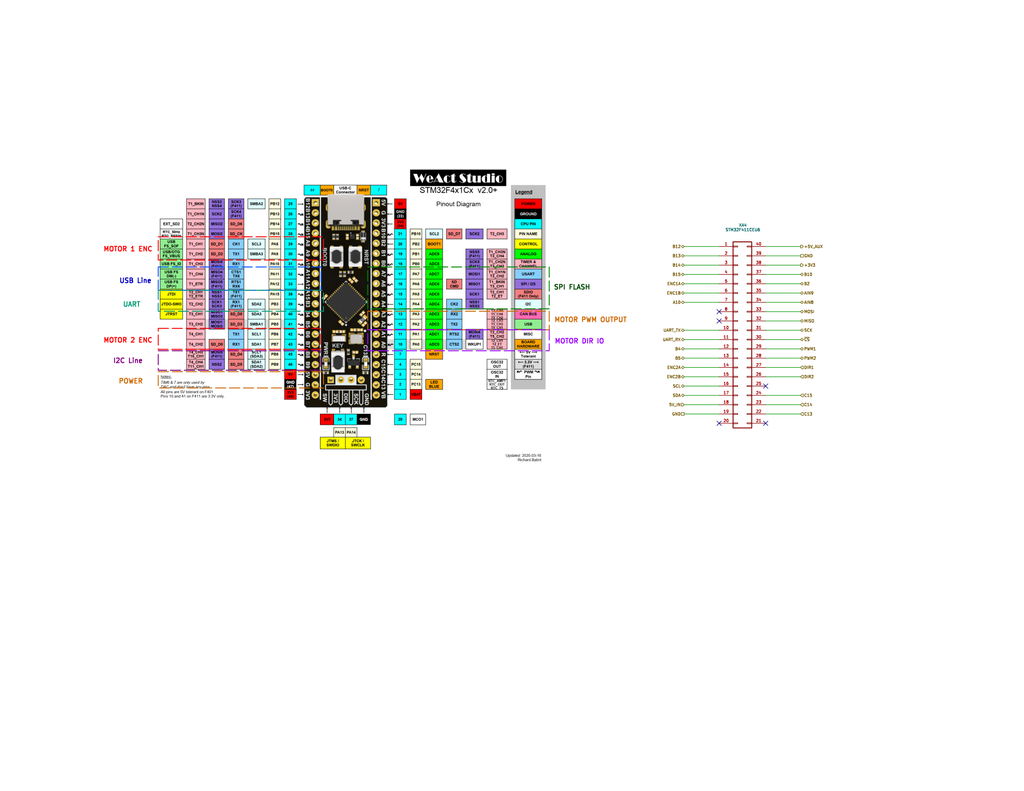
<source format=kicad_sch>
(kicad_sch (version 20250114) (generator "eeschema") (generator_version "9.0")
  (paper "A")
  (lib_symbols
    (symbol "Connector_Generic:Conn_02x20_Counter_Clockwise" (pin_names (offset 1.016) (hide yes))
      (property "Reference" "XA4" (at 1.397 28.702 0))
      (property "Value" "STM32F411CEU6" (at 1.397 27.432 0))
      (symbol "Conn_02x20_Counter_Clockwise_1_1"
        (rectangle (start -1.27 24.13) (end 3.81 -26.67) (stroke (width 0.254)))
        (rectangle (start -1.27 22.987) (end 0 22.733) (stroke (width 0.1524)))
        (rectangle (start -1.27 20.447) (end 0 20.193) (stroke (width 0.1524)))
        (rectangle (start -1.27 17.907) (end 0 17.653) (stroke (width 0.1524)))
        (rectangle (start -1.27 15.367) (end 0 15.113) (stroke (width 0.1524)))
        (rectangle (start -1.27 12.827) (end 0 12.573) (stroke (width 0.1524)))
        (rectangle (start -1.27 10.287) (end 0 10.033) (stroke (width 0.1524)))
        (rectangle (start -1.27 7.747) (end 0 7.493) (stroke (width 0.1524)))
        (rectangle (start -1.27 5.207) (end 0 4.953) (stroke (width 0.1524)))
        (rectangle (start -1.27 2.667) (end 0 2.413) (stroke (width 0.1524)))
        (rectangle (start -1.27 0.127) (end 0 -0.127) (stroke (width 0.1524)))
        (rectangle (start -1.27 -2.413) (end 0 -2.667) (stroke (width 0.1524)))
        (rectangle (start -1.27 -4.953) (end 0 -5.207) (stroke (width 0.1524)))
        (rectangle (start -1.27 -7.493) (end 0 -7.747) (stroke (width 0.1524)))
        (rectangle (start -1.27 -10.033) (end 0 -10.287) (stroke (width 0.1524)))
        (rectangle (start -1.27 -12.573) (end 0 -12.827) (stroke (width 0.1524)))
        (rectangle (start -1.27 -15.113) (end 0 -15.367) (stroke (width 0.1524)))
        (rectangle (start -1.27 -17.653) (end 0 -17.907) (stroke (width 0.1524)))
        (rectangle (start -1.27 -20.193) (end 0 -20.447) (stroke (width 0.1524)))
        (rectangle (start -1.27 -22.733) (end 0 -22.987) (stroke (width 0.1524)))
        (rectangle (start -1.27 -25.273) (end 0 -25.527) (stroke (width 0.1524)))
        (rectangle (start 3.81 22.987) (end 2.54 22.733) (stroke (width 0.1524)))
        (rectangle (start 3.81 20.447) (end 2.54 20.193) (stroke (width 0.1524)))
        (rectangle (start 3.81 17.907) (end 2.54 17.653) (stroke (width 0.1524)))
        (rectangle (start 3.81 15.367) (end 2.54 15.113) (stroke (width 0.1524)))
        (rectangle (start 3.81 12.827) (end 2.54 12.573) (stroke (width 0.1524)))
        (rectangle (start 3.81 10.287) (end 2.54 10.033) (stroke (width 0.1524)))
        (rectangle (start 3.81 7.747) (end 2.54 7.493) (stroke (width 0.1524)))
        (rectangle (start 3.81 5.207) (end 2.54 4.953) (stroke (width 0.1524)))
        (rectangle (start 3.81 2.667) (end 2.54 2.413) (stroke (width 0.1524)))
        (rectangle (start 3.81 0.127) (end 2.54 -0.127) (stroke (width 0.1524)))
        (rectangle (start 3.81 -2.413) (end 2.54 -2.667) (stroke (width 0.1524)))
        (rectangle (start 3.81 -4.953) (end 2.54 -5.207) (stroke (width 0.1524)))
        (rectangle (start 3.81 -7.493) (end 2.54 -7.747) (stroke (width 0.1524)))
        (rectangle (start 3.81 -10.033) (end 2.54 -10.287) (stroke (width 0.1524)))
        (rectangle (start 3.81 -12.573) (end 2.54 -12.827) (stroke (width 0.1524)))
        (rectangle (start 3.81 -15.113) (end 2.54 -15.367) (stroke (width 0.1524)))
        (rectangle (start 3.81 -17.653) (end 2.54 -17.907) (stroke (width 0.1524)))
        (rectangle (start 3.81 -20.193) (end 2.54 -20.447) (stroke (width 0.1524)))
        (rectangle (start 3.81 -22.733) (end 2.54 -22.987) (stroke (width 0.1524)))
        (rectangle (start 3.81 -25.273) (end 2.54 -25.527) (stroke (width 0.1524)))
        (pin passive line (at -5.08 22.86 0) (length 3.81) (name "Pin_1") (number "1"))
        (pin passive line (at -5.08 20.32 0) (length 3.81) (name "Pin_2") (number "2"))
        (pin passive line (at -5.08 17.78 0) (length 3.81) (name "Pin_3") (number "3"))
        (pin passive line (at -5.08 15.24 0) (length 3.81) (name "Pin_4") (number "4"))
        (pin passive line (at -5.08 12.7 0) (length 3.81) (name "Pin_5") (number "5"))
        (pin passive line (at -5.08 10.16 0) (length 3.81) (name "Pin_6") (number "6"))
        (pin passive line (at -5.08 7.62 0) (length 3.81) (name "Pin_7") (number "7"))
        (pin passive line (at -5.08 5.08 0) (length 3.81) (name "Pin_8") (number "8"))
        (pin passive line (at -5.08 2.54 0) (length 3.81) (name "Pin_9") (number "9"))
        (pin passive line (at -5.08 0 0) (length 3.81) (name "Pin_10") (number "10"))
        (pin passive line (at -5.08 -2.54 0) (length 3.81) (name "Pin_11") (number "11"))
        (pin passive line (at -5.08 -5.08 0) (length 3.81) (name "Pin_12") (number "12"))
        (pin passive line (at -5.08 -7.62 0) (length 3.81) (name "Pin_13") (number "13"))
        (pin passive line (at -5.08 -10.16 0) (length 3.81) (name "Pin_14") (number "14"))
        (pin passive line (at -5.08 -12.7 0) (length 3.81) (name "Pin_15") (number "15"))
        (pin passive line (at -5.08 -15.24 0) (length 3.81) (name "Pin_16") (number "16"))
        (pin passive line (at -5.08 -17.78 0) (length 3.81) (name "Pin_17") (number "17"))
        (pin passive line (at -5.08 -20.32 0) (length 3.81) (name "Pin_18") (number "18"))
        (pin passive line (at -5.08 -22.86 0) (length 3.81) (name "Pin_19") (number "19"))
        (pin passive line (at -5.08 -25.4 0) (length 3.81) (name "Pin_20") (number "20"))
        (pin passive line (at 7.62 22.86 180) (length 3.81) (name "Pin_40") (number "40"))
        (pin passive line (at 7.62 20.32 180) (length 3.81) (name "Pin_39") (number "39"))
        (pin passive line (at 7.62 17.78 180) (length 3.81) (name "Pin_38") (number "38"))
        (pin passive line (at 7.62 15.24 180) (length 3.81) (name "Pin_37") (number "37"))
        (pin passive line (at 7.62 12.7 180) (length 3.81) (name "Pin_36") (number "36"))
        (pin passive line (at 7.62 10.16 180) (length 3.81) (name "Pin_35") (number "35"))
        (pin passive line (at 7.62 7.62 180) (length 3.81) (name "Pin_34") (number "34"))
        (pin passive line (at 7.62 5.08 180) (length 3.81) (name "Pin_33") (number "33"))
        (pin passive line (at 7.62 2.54 180) (length 3.81) (name "Pin_32") (number "32"))
        (pin passive line (at 7.62 0 180) (length 3.81) (name "Pin_31") (number "31"))
        (pin passive line (at 7.62 -2.54 180) (length 3.81) (name "Pin_30") (number "30"))
        (pin passive line (at 7.62 -5.08 180) (length 3.81) (name "Pin_29") (number "29"))
        (pin passive line (at 7.62 -7.62 180) (length 3.81) (name "Pin_28") (number "28"))
        (pin passive line (at 7.62 -10.16 180) (length 3.81) (name "Pin_27") (number "27"))
        (pin passive line (at 7.62 -12.7 180) (length 3.81) (name "Pin_26") (number "26"))
        (pin passive line (at 7.62 -15.24 180) (length 3.81) (name "Pin_25") (number "25"))
        (pin passive line (at 7.62 -17.78 180) (length 3.81) (name "Pin_24") (number "24"))
        (pin passive line (at 7.62 -20.32 180) (length 3.81) (name "Pin_23") (number "23"))
        (pin passive line (at 7.62 -22.86 180) (length 3.81) (name "Pin_22") (number "22"))
        (pin passive line (at 7.62 -25.4 180) (length 3.81) (name "Pin_21") (number "21"))
      )
    )
  )
  (rectangle (start 43.18 79.248) (end 88.265 84.963) (stroke (width 0.254) (type dash) (color 0 155 119 1)))
  (rectangle (start 100.33 72.898) (end 149.86 84.328) (stroke (width 0.254) (type dash) (color 0 132 0 1)))
  (rectangle (start 100.33 84.963) (end 149.86 90.043) (stroke (width 0.254) (type dash) (color 204 102 0 1)))
  (rectangle (start 43.18 89.662) (end 87.376 95.377) (stroke (width 0.254) (type dash) (color 255 0 0 1)))
  (rectangle (start 43.18 101.473) (end 88.265 105.918) (stroke (width 0.254) (type dash) (color 204 102 0 1)))
  (rectangle (start 43.18 95.758) (end 87.376 101.092) (stroke (width 0.254) (type dash) (color 132 0 132 1)))
  (rectangle (start 43.18 72.898) (end 87.63 79.248) (stroke (width 0.254) (type dash) (color 0 80 255 1)))
  (rectangle (start 100.33 90.043) (end 149.86 95.758) (stroke (width 0.254) (type dash) (color 158 7 255 1)))
  (rectangle (start 43.18 64.643) (end 88.265 70.993) (stroke (width 0.254) (type dash) (color 255 0 0 1)))
  (text "I2C Line" (exclude_from_sim yes) (at 34.925 98.679 0) (effects (font (size 1.27 1.27) (thickness 0.254) (bold yes))))
  (text "MOTOR PWM OUTPUT" (exclude_from_sim yes) (at 161.163 87.503 0) (effects (font (size 1.27 1.27) (thickness 0.254) (bold yes))))
  (text "USB Line" (exclude_from_sim yes) (at 36.957 76.835 0) (effects (font (size 1.27 1.27) (thickness 0.254) (bold yes))))
  (text "MOTOR 1 ENC" (exclude_from_sim yes) (at 34.925 68.199 0) (effects (font (size 1.27 1.27) (thickness 0.254) (bold yes))))
  (text "SPI FLASH" (exclude_from_sim yes) (at 156.083 78.613 0) (effects (font (size 1.27 1.27) (thickness 0.254) (bold yes))))
  (text "MOTOR DIR IO" (exclude_from_sim yes) (at 158.115 93.345 0) (effects (font (size 1.27 1.27) (thickness 0.254) (bold yes))))
  (text "UART" (exclude_from_sim yes) (at 35.941 83.312 0) (effects (font (size 1.27 1.27) (thickness 0.254) (bold yes))))
  (text "POWER" (exclude_from_sim yes) (at 35.687 104.267 0) (effects (font (size 1.27 1.27) (thickness 0.254) (bold yes))))
  (text "MOTOR 2 ENC" (exclude_from_sim yes) (at 34.925 93.091 0) (effects (font (size 1.27 1.27) (thickness 0.254) (bold yes))))
  (no_connect (at 208.915 115.57))
  (no_connect (at 196.215 87.63))
  (no_connect (at 196.215 115.57))
  (no_connect (at 208.915 105.41))
  (no_connect (at 196.215 85.09))
  (wire (pts (xy 208.915 82.55) (xy 218.44 82.55)))
  (wire (pts (xy 208.915 92.71) (xy 218.44 92.71)))
  (wire (pts (xy 186.69 72.39) (xy 196.215 72.39)))
  (wire (pts (xy 208.915 80.01) (xy 218.44 80.01)))
  (wire (pts (xy 186.69 82.55) (xy 196.215 82.55)))
  (wire (pts (xy 208.915 72.39) (xy 218.44 72.39)))
  (wire (pts (xy 208.915 87.63) (xy 218.44 87.63)))
  (wire (pts (xy 208.915 107.95) (xy 218.44 107.95)))
  (wire (pts (xy 186.69 74.93) (xy 196.215 74.93)))
  (wire (pts (xy 208.915 113.03) (xy 218.44 113.03)))
  (wire (pts (xy 186.69 92.71) (xy 196.215 92.71)))
  (wire (pts (xy 208.915 110.49) (xy 218.44 110.49)))
  (wire (pts (xy 208.915 90.17) (xy 218.44 90.17)))
  (wire (pts (xy 186.69 113.03) (xy 196.215 113.03)))
  (wire (pts (xy 218.44 102.87) (xy 208.915 102.87)))
  (wire (pts (xy 186.69 107.95) (xy 196.215 107.95)))
  (wire (pts (xy 186.69 69.85) (xy 196.215 69.85)))
  (wire (pts (xy 186.69 77.47) (xy 196.215 77.47)))
  (wire (pts (xy 186.69 110.49) (xy 196.215 110.49)))
  (wire (pts (xy 208.915 69.85) (xy 218.44 69.85)))
  (wire (pts (xy 186.69 102.87) (xy 196.215 102.87)))
  (wire (pts (xy 186.69 100.33) (xy 196.215 100.33)))
  (wire (pts (xy 186.69 95.25) (xy 196.215 95.25)))
  (wire (pts (xy 186.69 90.17) (xy 196.215 90.17)))
  (wire (pts (xy 186.69 105.41) (xy 196.215 105.41)))
  (wire (pts (xy 208.915 85.09) (xy 218.44 85.09)))
  (wire (pts (xy 208.915 74.93) (xy 218.44 74.93)))
  (wire (pts (xy 208.915 67.31) (xy 218.44 67.31)))
  (wire (pts (xy 186.69 80.01) (xy 196.215 80.01)))
  (wire (pts (xy 208.915 97.79) (xy 218.44 97.79)))
  (wire (pts (xy 208.915 95.25) (xy 218.44 95.25)))
  (wire (pts (xy 186.69 67.31) (xy 196.215 67.31)))
  (wire (pts (xy 218.44 100.33) (xy 208.915 100.33)))
  (wire (pts (xy 186.69 97.79) (xy 196.215 97.79)))
  (wire (pts (xy 208.915 77.47) (xy 218.44 77.47)))
  (image (at 95.885 86.233) (scale 0.257122))
  (hierarchical_label "C13" (shape input) (at 218.44 113.03 0) (effects (font (size 0.762 0.762))))
  (hierarchical_label "B4" (shape bidirectional) (at 186.69 95.25 180) (effects (font (size 0.762 0.762))))
  (hierarchical_label "SDA" (shape bidirectional) (at 186.69 107.95 180) (effects (font (size 0.762 0.762))))
  (hierarchical_label "B2" (shape bidirectional) (at 218.44 77.47 0) (effects (font (size 0.762 0.762))))
  (hierarchical_label "SCL" (shape bidirectional) (at 186.69 105.41 180) (effects (font (size 0.762 0.762))))
  (hierarchical_label "MISO" (shape bidirectional) (at 218.44 87.63 0) (effects (font (size 0.762 0.762))))
  (hierarchical_label "+5V_AUX" (shape output) (at 218.44 67.31 0) (effects (font (size 0.762 0.762))))
  (hierarchical_label "MOSI" (shape bidirectional) (at 218.44 85.09 0) (effects (font (size 0.762 0.762))))
  (hierarchical_label "A10" (shape bidirectional) (at 186.69 82.55 180) (effects (font (size 0.762 0.762))))
  (hierarchical_label "B5" (shape bidirectional) (at 186.69 97.79 180) (effects (font (size 0.762 0.762))))
  (hierarchical_label "ENC1A" (shape bidirectional) (at 186.69 77.47 180) (effects (font (size 0.762 0.762))))
  (hierarchical_label "ENC1B" (shape bidirectional) (at 186.69 80.01 180) (effects (font (size 0.762 0.762))))
  (hierarchical_label "SCK" (shape bidirectional) (at 218.44 90.17 0) (effects (font (size 0.762 0.762))))
  (hierarchical_label "UART_TX" (shape bidirectional) (at 186.69 90.17 180) (effects (font (size 0.762 0.762))))
  (hierarchical_label "GND" (shape passive) (at 186.69 113.03 180) (effects (font (size 0.762 0.762))))
  (hierarchical_label "B13" (shape bidirectional) (at 186.69 69.85 180) (effects (font (size 0.762 0.762))))
  (hierarchical_label "DIR1" (shape input) (at 218.44 100.33 0) (effects (font (size 0.762 0.762))))
  (hierarchical_label "GND" (shape passive) (at 218.44 69.85 0) (effects (font (size 0.762 0.762))))
  (hierarchical_label "~{CS}" (shape bidirectional) (at 218.44 92.71 0) (effects (font (size 0.762 0.762))))
  (hierarchical_label "B15" (shape bidirectional) (at 186.69 74.93 180) (effects (font (size 0.762 0.762))))
  (hierarchical_label "ENC2B" (shape bidirectional) (at 186.69 102.87 180) (effects (font (size 0.762 0.762))))
  (hierarchical_label "UART_RX" (shape bidirectional) (at 186.69 92.71 180) (effects (font (size 0.762 0.762))))
  (hierarchical_label "C15" (shape input) (at 218.44 107.95 0) (effects (font (size 0.762 0.762))))
  (hierarchical_label "B14" (shape bidirectional) (at 186.69 72.39 180) (effects (font (size 0.762 0.762))))
  (hierarchical_label "C14" (shape input) (at 218.44 110.49 0) (effects (font (size 0.762 0.762))))
  (hierarchical_label "DIR2" (shape input) (at 218.44 102.87 0) (effects (font (size 0.762 0.762))))
  (hierarchical_label "5V_IN" (shape input) (at 186.69 110.49 180) (effects (font (size 0.762 0.762))))
  (hierarchical_label "AIN9" (shape bidirectional) (at 218.44 80.01 0) (effects (font (size 0.762 0.762))))
  (hierarchical_label "B12" (shape bidirectional) (at 186.69 67.31 180) (effects (font (size 0.762 0.762))))
  (hierarchical_label "+3V3" (shape output) (at 218.44 72.39 0) (effects (font (size 0.762 0.762))))
  (hierarchical_label "B10" (shape bidirectional) (at 218.44 74.93 0) (effects (font (size 0.762 0.762))))
  (hierarchical_label "ENC2A" (shape bidirectional) (at 186.69 100.33 180) (effects (font (size 0.762 0.762))))
  (hierarchical_label "PWM2" (shape bidirectional) (at 218.44 97.79 0) (effects (font (size 0.762 0.762))))
  (hierarchical_label "AIN8" (shape bidirectional) (at 218.44 82.55 0) (effects (font (size 0.762 0.762))))
  (hierarchical_label "PWM1" (shape bidirectional) (at 218.44 95.25 0) (effects (font (size 0.762 0.762))))
  (symbol (lib_id "Connector_Generic:Conn_02x20_Counter_Clockwise") (at 201.295 90.17 0) (unit 1)
    (property "Reference" "XA4" (at 202.692 61.468 0) (effects (font (size 0.762 0.762))))
    (property "Value" "STM32F411CEU6" (at 202.692 62.738 0) (effects (font (size 0.762 0.762))))
    (property "Footprint" "Library:STM32F411_BlackPill_Socket" (effects (hide yes)))
    (property "Description" "Generic connector, double row, 02x20, counter clockwise pin numbering scheme (similar to DIP package numbering), script generated (kicad-library-utils/schlib/autogen/connector/)" (effects (hide yes)))
  )
)
</source>
